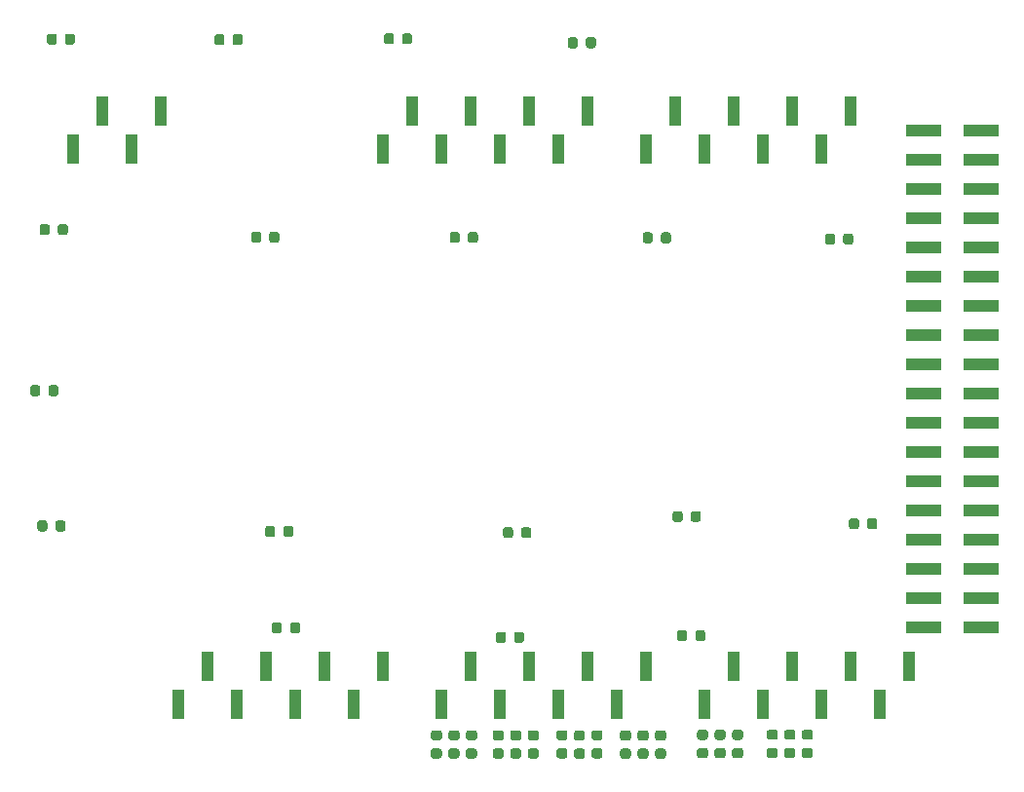
<source format=gbr>
%TF.GenerationSoftware,KiCad,Pcbnew,(5.1.10-1-10_14)*%
%TF.CreationDate,2023-03-13T17:25:24-07:00*%
%TF.ProjectId,facs-pcb-v2,66616373-2d70-4636-922d-76322e6b6963,rev?*%
%TF.SameCoordinates,Original*%
%TF.FileFunction,Paste,Bot*%
%TF.FilePolarity,Positive*%
%FSLAX46Y46*%
G04 Gerber Fmt 4.6, Leading zero omitted, Abs format (unit mm)*
G04 Created by KiCad (PCBNEW (5.1.10-1-10_14)) date 2023-03-13 17:25:24*
%MOMM*%
%LPD*%
G01*
G04 APERTURE LIST*
%ADD10R,1.000000X2.510000*%
%ADD11R,3.150000X1.000000*%
G04 APERTURE END LIST*
D10*
%TO.C,P5*%
X127254000Y-72521000D03*
X122174000Y-72521000D03*
X129794000Y-69211000D03*
X124714000Y-69211000D03*
%TD*%
%TO.C,C5*%
G36*
G01*
X121508000Y-63197450D02*
X121508000Y-62684950D01*
G75*
G02*
X121726750Y-62466200I218750J0D01*
G01*
X122164250Y-62466200D01*
G75*
G02*
X122383000Y-62684950I0J-218750D01*
G01*
X122383000Y-63197450D01*
G75*
G02*
X122164250Y-63416200I-218750J0D01*
G01*
X121726750Y-63416200D01*
G75*
G02*
X121508000Y-63197450I0J218750D01*
G01*
G37*
G36*
G01*
X119933000Y-63197450D02*
X119933000Y-62684950D01*
G75*
G02*
X120151750Y-62466200I218750J0D01*
G01*
X120589250Y-62466200D01*
G75*
G02*
X120808000Y-62684950I0J-218750D01*
G01*
X120808000Y-63197450D01*
G75*
G02*
X120589250Y-63416200I-218750J0D01*
G01*
X120151750Y-63416200D01*
G75*
G02*
X119933000Y-63197450I0J218750D01*
G01*
G37*
%TD*%
%TO.C,C13*%
G36*
G01*
X119310700Y-79745550D02*
X119310700Y-79233050D01*
G75*
G02*
X119529450Y-79014300I218750J0D01*
G01*
X119966950Y-79014300D01*
G75*
G02*
X120185700Y-79233050I0J-218750D01*
G01*
X120185700Y-79745550D01*
G75*
G02*
X119966950Y-79964300I-218750J0D01*
G01*
X119529450Y-79964300D01*
G75*
G02*
X119310700Y-79745550I0J218750D01*
G01*
G37*
G36*
G01*
X120885700Y-79745550D02*
X120885700Y-79233050D01*
G75*
G02*
X121104450Y-79014300I218750J0D01*
G01*
X121541950Y-79014300D01*
G75*
G02*
X121760700Y-79233050I0J-218750D01*
G01*
X121760700Y-79745550D01*
G75*
G02*
X121541950Y-79964300I-218750J0D01*
G01*
X121104450Y-79964300D01*
G75*
G02*
X120885700Y-79745550I0J218750D01*
G01*
G37*
%TD*%
%TO.C,C21*%
G36*
G01*
X134504400Y-63231050D02*
X134504400Y-62718550D01*
G75*
G02*
X134723150Y-62499800I218750J0D01*
G01*
X135160650Y-62499800D01*
G75*
G02*
X135379400Y-62718550I0J-218750D01*
G01*
X135379400Y-63231050D01*
G75*
G02*
X135160650Y-63449800I-218750J0D01*
G01*
X134723150Y-63449800D01*
G75*
G02*
X134504400Y-63231050I0J218750D01*
G01*
G37*
G36*
G01*
X136079400Y-63231050D02*
X136079400Y-62718550D01*
G75*
G02*
X136298150Y-62499800I218750J0D01*
G01*
X136735650Y-62499800D01*
G75*
G02*
X136954400Y-62718550I0J-218750D01*
G01*
X136954400Y-63231050D01*
G75*
G02*
X136735650Y-63449800I-218750J0D01*
G01*
X136298150Y-63449800D01*
G75*
G02*
X136079400Y-63231050I0J218750D01*
G01*
G37*
%TD*%
%TO.C,C35*%
G36*
G01*
X118485200Y-93740950D02*
X118485200Y-93228450D01*
G75*
G02*
X118703950Y-93009700I218750J0D01*
G01*
X119141450Y-93009700D01*
G75*
G02*
X119360200Y-93228450I0J-218750D01*
G01*
X119360200Y-93740950D01*
G75*
G02*
X119141450Y-93959700I-218750J0D01*
G01*
X118703950Y-93959700D01*
G75*
G02*
X118485200Y-93740950I0J218750D01*
G01*
G37*
G36*
G01*
X120060200Y-93740950D02*
X120060200Y-93228450D01*
G75*
G02*
X120278950Y-93009700I218750J0D01*
G01*
X120716450Y-93009700D01*
G75*
G02*
X120935200Y-93228450I0J-218750D01*
G01*
X120935200Y-93740950D01*
G75*
G02*
X120716450Y-93959700I-218750J0D01*
G01*
X120278950Y-93959700D01*
G75*
G02*
X120060200Y-93740950I0J218750D01*
G01*
G37*
%TD*%
%TO.C,R2*%
G36*
G01*
X172002650Y-125472600D02*
X171490150Y-125472600D01*
G75*
G02*
X171271400Y-125253850I0J218750D01*
G01*
X171271400Y-124816350D01*
G75*
G02*
X171490150Y-124597600I218750J0D01*
G01*
X172002650Y-124597600D01*
G75*
G02*
X172221400Y-124816350I0J-218750D01*
G01*
X172221400Y-125253850D01*
G75*
G02*
X172002650Y-125472600I-218750J0D01*
G01*
G37*
G36*
G01*
X172002650Y-123897600D02*
X171490150Y-123897600D01*
G75*
G02*
X171271400Y-123678850I0J218750D01*
G01*
X171271400Y-123241350D01*
G75*
G02*
X171490150Y-123022600I218750J0D01*
G01*
X172002650Y-123022600D01*
G75*
G02*
X172221400Y-123241350I0J-218750D01*
G01*
X172221400Y-123678850D01*
G75*
G02*
X172002650Y-123897600I-218750J0D01*
G01*
G37*
%TD*%
%TO.C,R3*%
G36*
G01*
X173014150Y-123022600D02*
X173526650Y-123022600D01*
G75*
G02*
X173745400Y-123241350I0J-218750D01*
G01*
X173745400Y-123678850D01*
G75*
G02*
X173526650Y-123897600I-218750J0D01*
G01*
X173014150Y-123897600D01*
G75*
G02*
X172795400Y-123678850I0J218750D01*
G01*
X172795400Y-123241350D01*
G75*
G02*
X173014150Y-123022600I218750J0D01*
G01*
G37*
G36*
G01*
X173014150Y-124597600D02*
X173526650Y-124597600D01*
G75*
G02*
X173745400Y-124816350I0J-218750D01*
G01*
X173745400Y-125253850D01*
G75*
G02*
X173526650Y-125472600I-218750J0D01*
G01*
X173014150Y-125472600D01*
G75*
G02*
X172795400Y-125253850I0J218750D01*
G01*
X172795400Y-124816350D01*
G75*
G02*
X173014150Y-124597600I218750J0D01*
G01*
G37*
%TD*%
%TO.C,R4*%
G36*
G01*
X155568850Y-125459900D02*
X155056350Y-125459900D01*
G75*
G02*
X154837600Y-125241150I0J218750D01*
G01*
X154837600Y-124803650D01*
G75*
G02*
X155056350Y-124584900I218750J0D01*
G01*
X155568850Y-124584900D01*
G75*
G02*
X155787600Y-124803650I0J-218750D01*
G01*
X155787600Y-125241150D01*
G75*
G02*
X155568850Y-125459900I-218750J0D01*
G01*
G37*
G36*
G01*
X155568850Y-123884900D02*
X155056350Y-123884900D01*
G75*
G02*
X154837600Y-123666150I0J218750D01*
G01*
X154837600Y-123228650D01*
G75*
G02*
X155056350Y-123009900I218750J0D01*
G01*
X155568850Y-123009900D01*
G75*
G02*
X155787600Y-123228650I0J-218750D01*
G01*
X155787600Y-123666150D01*
G75*
G02*
X155568850Y-123884900I-218750J0D01*
G01*
G37*
%TD*%
%TO.C,R5*%
G36*
G01*
X156580350Y-123009900D02*
X157092850Y-123009900D01*
G75*
G02*
X157311600Y-123228650I0J-218750D01*
G01*
X157311600Y-123666150D01*
G75*
G02*
X157092850Y-123884900I-218750J0D01*
G01*
X156580350Y-123884900D01*
G75*
G02*
X156361600Y-123666150I0J218750D01*
G01*
X156361600Y-123228650D01*
G75*
G02*
X156580350Y-123009900I218750J0D01*
G01*
G37*
G36*
G01*
X156580350Y-124584900D02*
X157092850Y-124584900D01*
G75*
G02*
X157311600Y-124803650I0J-218750D01*
G01*
X157311600Y-125241150D01*
G75*
G02*
X157092850Y-125459900I-218750J0D01*
G01*
X156580350Y-125459900D01*
G75*
G02*
X156361600Y-125241150I0J218750D01*
G01*
X156361600Y-124803650D01*
G75*
G02*
X156580350Y-124584900I218750J0D01*
G01*
G37*
%TD*%
%TO.C,R6*%
G36*
G01*
X170478650Y-125472600D02*
X169966150Y-125472600D01*
G75*
G02*
X169747400Y-125253850I0J218750D01*
G01*
X169747400Y-124816350D01*
G75*
G02*
X169966150Y-124597600I218750J0D01*
G01*
X170478650Y-124597600D01*
G75*
G02*
X170697400Y-124816350I0J-218750D01*
G01*
X170697400Y-125253850D01*
G75*
G02*
X170478650Y-125472600I-218750J0D01*
G01*
G37*
G36*
G01*
X170478650Y-123897600D02*
X169966150Y-123897600D01*
G75*
G02*
X169747400Y-123678850I0J218750D01*
G01*
X169747400Y-123241350D01*
G75*
G02*
X169966150Y-123022600I218750J0D01*
G01*
X170478650Y-123022600D01*
G75*
G02*
X170697400Y-123241350I0J-218750D01*
G01*
X170697400Y-123678850D01*
G75*
G02*
X170478650Y-123897600I-218750J0D01*
G01*
G37*
%TD*%
%TO.C,R7*%
G36*
G01*
X154044850Y-125459900D02*
X153532350Y-125459900D01*
G75*
G02*
X153313600Y-125241150I0J218750D01*
G01*
X153313600Y-124803650D01*
G75*
G02*
X153532350Y-124584900I218750J0D01*
G01*
X154044850Y-124584900D01*
G75*
G02*
X154263600Y-124803650I0J-218750D01*
G01*
X154263600Y-125241150D01*
G75*
G02*
X154044850Y-125459900I-218750J0D01*
G01*
G37*
G36*
G01*
X154044850Y-123884900D02*
X153532350Y-123884900D01*
G75*
G02*
X153313600Y-123666150I0J218750D01*
G01*
X153313600Y-123228650D01*
G75*
G02*
X153532350Y-123009900I218750J0D01*
G01*
X154044850Y-123009900D01*
G75*
G02*
X154263600Y-123228650I0J-218750D01*
G01*
X154263600Y-123666150D01*
G75*
G02*
X154044850Y-123884900I-218750J0D01*
G01*
G37*
%TD*%
%TO.C,R8*%
G36*
G01*
X178695550Y-123846800D02*
X178183050Y-123846800D01*
G75*
G02*
X177964300Y-123628050I0J218750D01*
G01*
X177964300Y-123190550D01*
G75*
G02*
X178183050Y-122971800I218750J0D01*
G01*
X178695550Y-122971800D01*
G75*
G02*
X178914300Y-123190550I0J-218750D01*
G01*
X178914300Y-123628050D01*
G75*
G02*
X178695550Y-123846800I-218750J0D01*
G01*
G37*
G36*
G01*
X178695550Y-125421800D02*
X178183050Y-125421800D01*
G75*
G02*
X177964300Y-125203050I0J218750D01*
G01*
X177964300Y-124765550D01*
G75*
G02*
X178183050Y-124546800I218750J0D01*
G01*
X178695550Y-124546800D01*
G75*
G02*
X178914300Y-124765550I0J-218750D01*
G01*
X178914300Y-125203050D01*
G75*
G02*
X178695550Y-125421800I-218750J0D01*
G01*
G37*
%TD*%
%TO.C,R9*%
G36*
G01*
X179707050Y-124546800D02*
X180219550Y-124546800D01*
G75*
G02*
X180438300Y-124765550I0J-218750D01*
G01*
X180438300Y-125203050D01*
G75*
G02*
X180219550Y-125421800I-218750J0D01*
G01*
X179707050Y-125421800D01*
G75*
G02*
X179488300Y-125203050I0J218750D01*
G01*
X179488300Y-124765550D01*
G75*
G02*
X179707050Y-124546800I218750J0D01*
G01*
G37*
G36*
G01*
X179707050Y-122971800D02*
X180219550Y-122971800D01*
G75*
G02*
X180438300Y-123190550I0J-218750D01*
G01*
X180438300Y-123628050D01*
G75*
G02*
X180219550Y-123846800I-218750J0D01*
G01*
X179707050Y-123846800D01*
G75*
G02*
X179488300Y-123628050I0J218750D01*
G01*
X179488300Y-123190550D01*
G75*
G02*
X179707050Y-122971800I218750J0D01*
G01*
G37*
%TD*%
%TO.C,R10*%
G36*
G01*
X160940950Y-125459900D02*
X160428450Y-125459900D01*
G75*
G02*
X160209700Y-125241150I0J218750D01*
G01*
X160209700Y-124803650D01*
G75*
G02*
X160428450Y-124584900I218750J0D01*
G01*
X160940950Y-124584900D01*
G75*
G02*
X161159700Y-124803650I0J-218750D01*
G01*
X161159700Y-125241150D01*
G75*
G02*
X160940950Y-125459900I-218750J0D01*
G01*
G37*
G36*
G01*
X160940950Y-123884900D02*
X160428450Y-123884900D01*
G75*
G02*
X160209700Y-123666150I0J218750D01*
G01*
X160209700Y-123228650D01*
G75*
G02*
X160428450Y-123009900I218750J0D01*
G01*
X160940950Y-123009900D01*
G75*
G02*
X161159700Y-123228650I0J-218750D01*
G01*
X161159700Y-123666150D01*
G75*
G02*
X160940950Y-123884900I-218750J0D01*
G01*
G37*
%TD*%
%TO.C,R11*%
G36*
G01*
X161952450Y-123009900D02*
X162464950Y-123009900D01*
G75*
G02*
X162683700Y-123228650I0J-218750D01*
G01*
X162683700Y-123666150D01*
G75*
G02*
X162464950Y-123884900I-218750J0D01*
G01*
X161952450Y-123884900D01*
G75*
G02*
X161733700Y-123666150I0J218750D01*
G01*
X161733700Y-123228650D01*
G75*
G02*
X161952450Y-123009900I218750J0D01*
G01*
G37*
G36*
G01*
X161952450Y-124584900D02*
X162464950Y-124584900D01*
G75*
G02*
X162683700Y-124803650I0J-218750D01*
G01*
X162683700Y-125241150D01*
G75*
G02*
X162464950Y-125459900I-218750J0D01*
G01*
X161952450Y-125459900D01*
G75*
G02*
X161733700Y-125241150I0J218750D01*
G01*
X161733700Y-124803650D01*
G75*
G02*
X161952450Y-124584900I218750J0D01*
G01*
G37*
%TD*%
%TO.C,R12*%
G36*
G01*
X177171550Y-125421800D02*
X176659050Y-125421800D01*
G75*
G02*
X176440300Y-125203050I0J218750D01*
G01*
X176440300Y-124765550D01*
G75*
G02*
X176659050Y-124546800I218750J0D01*
G01*
X177171550Y-124546800D01*
G75*
G02*
X177390300Y-124765550I0J-218750D01*
G01*
X177390300Y-125203050D01*
G75*
G02*
X177171550Y-125421800I-218750J0D01*
G01*
G37*
G36*
G01*
X177171550Y-123846800D02*
X176659050Y-123846800D01*
G75*
G02*
X176440300Y-123628050I0J218750D01*
G01*
X176440300Y-123190550D01*
G75*
G02*
X176659050Y-122971800I218750J0D01*
G01*
X177171550Y-122971800D01*
G75*
G02*
X177390300Y-123190550I0J-218750D01*
G01*
X177390300Y-123628050D01*
G75*
G02*
X177171550Y-123846800I-218750J0D01*
G01*
G37*
%TD*%
%TO.C,R13*%
G36*
G01*
X159416950Y-125459900D02*
X158904450Y-125459900D01*
G75*
G02*
X158685700Y-125241150I0J218750D01*
G01*
X158685700Y-124803650D01*
G75*
G02*
X158904450Y-124584900I218750J0D01*
G01*
X159416950Y-124584900D01*
G75*
G02*
X159635700Y-124803650I0J-218750D01*
G01*
X159635700Y-125241150D01*
G75*
G02*
X159416950Y-125459900I-218750J0D01*
G01*
G37*
G36*
G01*
X159416950Y-123884900D02*
X158904450Y-123884900D01*
G75*
G02*
X158685700Y-123666150I0J218750D01*
G01*
X158685700Y-123228650D01*
G75*
G02*
X158904450Y-123009900I218750J0D01*
G01*
X159416950Y-123009900D01*
G75*
G02*
X159635700Y-123228650I0J-218750D01*
G01*
X159635700Y-123666150D01*
G75*
G02*
X159416950Y-123884900I-218750J0D01*
G01*
G37*
%TD*%
%TO.C,R14*%
G36*
G01*
X184753450Y-125409100D02*
X184240950Y-125409100D01*
G75*
G02*
X184022200Y-125190350I0J218750D01*
G01*
X184022200Y-124752850D01*
G75*
G02*
X184240950Y-124534100I218750J0D01*
G01*
X184753450Y-124534100D01*
G75*
G02*
X184972200Y-124752850I0J-218750D01*
G01*
X184972200Y-125190350D01*
G75*
G02*
X184753450Y-125409100I-218750J0D01*
G01*
G37*
G36*
G01*
X184753450Y-123834100D02*
X184240950Y-123834100D01*
G75*
G02*
X184022200Y-123615350I0J218750D01*
G01*
X184022200Y-123177850D01*
G75*
G02*
X184240950Y-122959100I218750J0D01*
G01*
X184753450Y-122959100D01*
G75*
G02*
X184972200Y-123177850I0J-218750D01*
G01*
X184972200Y-123615350D01*
G75*
G02*
X184753450Y-123834100I-218750J0D01*
G01*
G37*
%TD*%
%TO.C,R15*%
G36*
G01*
X185764950Y-122959100D02*
X186277450Y-122959100D01*
G75*
G02*
X186496200Y-123177850I0J-218750D01*
G01*
X186496200Y-123615350D01*
G75*
G02*
X186277450Y-123834100I-218750J0D01*
G01*
X185764950Y-123834100D01*
G75*
G02*
X185546200Y-123615350I0J218750D01*
G01*
X185546200Y-123177850D01*
G75*
G02*
X185764950Y-122959100I218750J0D01*
G01*
G37*
G36*
G01*
X185764950Y-124534100D02*
X186277450Y-124534100D01*
G75*
G02*
X186496200Y-124752850I0J-218750D01*
G01*
X186496200Y-125190350D01*
G75*
G02*
X186277450Y-125409100I-218750J0D01*
G01*
X185764950Y-125409100D01*
G75*
G02*
X185546200Y-125190350I0J218750D01*
G01*
X185546200Y-124752850D01*
G75*
G02*
X185764950Y-124534100I218750J0D01*
G01*
G37*
%TD*%
%TO.C,R16*%
G36*
G01*
X166478150Y-125472700D02*
X165965650Y-125472700D01*
G75*
G02*
X165746900Y-125253950I0J218750D01*
G01*
X165746900Y-124816450D01*
G75*
G02*
X165965650Y-124597700I218750J0D01*
G01*
X166478150Y-124597700D01*
G75*
G02*
X166696900Y-124816450I0J-218750D01*
G01*
X166696900Y-125253950D01*
G75*
G02*
X166478150Y-125472700I-218750J0D01*
G01*
G37*
G36*
G01*
X166478150Y-123897700D02*
X165965650Y-123897700D01*
G75*
G02*
X165746900Y-123678950I0J218750D01*
G01*
X165746900Y-123241450D01*
G75*
G02*
X165965650Y-123022700I218750J0D01*
G01*
X166478150Y-123022700D01*
G75*
G02*
X166696900Y-123241450I0J-218750D01*
G01*
X166696900Y-123678950D01*
G75*
G02*
X166478150Y-123897700I-218750J0D01*
G01*
G37*
%TD*%
%TO.C,R17*%
G36*
G01*
X167489650Y-122997200D02*
X168002150Y-122997200D01*
G75*
G02*
X168220900Y-123215950I0J-218750D01*
G01*
X168220900Y-123653450D01*
G75*
G02*
X168002150Y-123872200I-218750J0D01*
G01*
X167489650Y-123872200D01*
G75*
G02*
X167270900Y-123653450I0J218750D01*
G01*
X167270900Y-123215950D01*
G75*
G02*
X167489650Y-122997200I218750J0D01*
G01*
G37*
G36*
G01*
X167489650Y-124572200D02*
X168002150Y-124572200D01*
G75*
G02*
X168220900Y-124790950I0J-218750D01*
G01*
X168220900Y-125228450D01*
G75*
G02*
X168002150Y-125447200I-218750J0D01*
G01*
X167489650Y-125447200D01*
G75*
G02*
X167270900Y-125228450I0J218750D01*
G01*
X167270900Y-124790950D01*
G75*
G02*
X167489650Y-124572200I218750J0D01*
G01*
G37*
%TD*%
%TO.C,R18*%
G36*
G01*
X183229450Y-125409100D02*
X182716950Y-125409100D01*
G75*
G02*
X182498200Y-125190350I0J218750D01*
G01*
X182498200Y-124752850D01*
G75*
G02*
X182716950Y-124534100I218750J0D01*
G01*
X183229450Y-124534100D01*
G75*
G02*
X183448200Y-124752850I0J-218750D01*
G01*
X183448200Y-125190350D01*
G75*
G02*
X183229450Y-125409100I-218750J0D01*
G01*
G37*
G36*
G01*
X183229450Y-123834100D02*
X182716950Y-123834100D01*
G75*
G02*
X182498200Y-123615350I0J218750D01*
G01*
X182498200Y-123177850D01*
G75*
G02*
X182716950Y-122959100I218750J0D01*
G01*
X183229450Y-122959100D01*
G75*
G02*
X183448200Y-123177850I0J-218750D01*
G01*
X183448200Y-123615350D01*
G75*
G02*
X183229450Y-123834100I-218750J0D01*
G01*
G37*
%TD*%
%TO.C,R19*%
G36*
G01*
X164954150Y-125447200D02*
X164441650Y-125447200D01*
G75*
G02*
X164222900Y-125228450I0J218750D01*
G01*
X164222900Y-124790950D01*
G75*
G02*
X164441650Y-124572200I218750J0D01*
G01*
X164954150Y-124572200D01*
G75*
G02*
X165172900Y-124790950I0J-218750D01*
G01*
X165172900Y-125228450D01*
G75*
G02*
X164954150Y-125447200I-218750J0D01*
G01*
G37*
G36*
G01*
X164954150Y-123872200D02*
X164441650Y-123872200D01*
G75*
G02*
X164222900Y-123653450I0J218750D01*
G01*
X164222900Y-123215950D01*
G75*
G02*
X164441650Y-122997200I218750J0D01*
G01*
X164954150Y-122997200D01*
G75*
G02*
X165172900Y-123215950I0J-218750D01*
G01*
X165172900Y-123653450D01*
G75*
G02*
X164954150Y-123872200I-218750J0D01*
G01*
G37*
%TD*%
%TO.C,C2*%
G36*
G01*
X156521900Y-80431350D02*
X156521900Y-79918850D01*
G75*
G02*
X156740650Y-79700100I218750J0D01*
G01*
X157178150Y-79700100D01*
G75*
G02*
X157396900Y-79918850I0J-218750D01*
G01*
X157396900Y-80431350D01*
G75*
G02*
X157178150Y-80650100I-218750J0D01*
G01*
X156740650Y-80650100D01*
G75*
G02*
X156521900Y-80431350I0J218750D01*
G01*
G37*
G36*
G01*
X154946900Y-80431350D02*
X154946900Y-79918850D01*
G75*
G02*
X155165650Y-79700100I218750J0D01*
G01*
X155603150Y-79700100D01*
G75*
G02*
X155821900Y-79918850I0J-218750D01*
G01*
X155821900Y-80431350D01*
G75*
G02*
X155603150Y-80650100I-218750J0D01*
G01*
X155165650Y-80650100D01*
G75*
G02*
X154946900Y-80431350I0J218750D01*
G01*
G37*
%TD*%
%TO.C,C3*%
G36*
G01*
X119107500Y-105501150D02*
X119107500Y-104988650D01*
G75*
G02*
X119326250Y-104769900I218750J0D01*
G01*
X119763750Y-104769900D01*
G75*
G02*
X119982500Y-104988650I0J-218750D01*
G01*
X119982500Y-105501150D01*
G75*
G02*
X119763750Y-105719900I-218750J0D01*
G01*
X119326250Y-105719900D01*
G75*
G02*
X119107500Y-105501150I0J218750D01*
G01*
G37*
G36*
G01*
X120682500Y-105501150D02*
X120682500Y-104988650D01*
G75*
G02*
X120901250Y-104769900I218750J0D01*
G01*
X121338750Y-104769900D01*
G75*
G02*
X121557500Y-104988650I0J-218750D01*
G01*
X121557500Y-105501150D01*
G75*
G02*
X121338750Y-105719900I-218750J0D01*
G01*
X120901250Y-105719900D01*
G75*
G02*
X120682500Y-105501150I0J218750D01*
G01*
G37*
%TD*%
%TO.C,C4*%
G36*
G01*
X175889400Y-104675650D02*
X175889400Y-104163150D01*
G75*
G02*
X176108150Y-103944400I218750J0D01*
G01*
X176545650Y-103944400D01*
G75*
G02*
X176764400Y-104163150I0J-218750D01*
G01*
X176764400Y-104675650D01*
G75*
G02*
X176545650Y-104894400I-218750J0D01*
G01*
X176108150Y-104894400D01*
G75*
G02*
X175889400Y-104675650I0J218750D01*
G01*
G37*
G36*
G01*
X174314400Y-104675650D02*
X174314400Y-104163150D01*
G75*
G02*
X174533150Y-103944400I218750J0D01*
G01*
X174970650Y-103944400D01*
G75*
G02*
X175189400Y-104163150I0J-218750D01*
G01*
X175189400Y-104675650D01*
G75*
G02*
X174970650Y-104894400I-218750J0D01*
G01*
X174533150Y-104894400D01*
G75*
G02*
X174314400Y-104675650I0J218750D01*
G01*
G37*
%TD*%
%TO.C,C10*%
G36*
G01*
X165203400Y-63506750D02*
X165203400Y-62994250D01*
G75*
G02*
X165422150Y-62775500I218750J0D01*
G01*
X165859650Y-62775500D01*
G75*
G02*
X166078400Y-62994250I0J-218750D01*
G01*
X166078400Y-63506750D01*
G75*
G02*
X165859650Y-63725500I-218750J0D01*
G01*
X165422150Y-63725500D01*
G75*
G02*
X165203400Y-63506750I0J218750D01*
G01*
G37*
G36*
G01*
X166778400Y-63506750D02*
X166778400Y-62994250D01*
G75*
G02*
X166997150Y-62775500I218750J0D01*
G01*
X167434650Y-62775500D01*
G75*
G02*
X167653400Y-62994250I0J-218750D01*
G01*
X167653400Y-63506750D01*
G75*
G02*
X167434650Y-63725500I-218750J0D01*
G01*
X166997150Y-63725500D01*
G75*
G02*
X166778400Y-63506750I0J218750D01*
G01*
G37*
%TD*%
%TO.C,C11*%
G36*
G01*
X138906800Y-105983750D02*
X138906800Y-105471250D01*
G75*
G02*
X139125550Y-105252500I218750J0D01*
G01*
X139563050Y-105252500D01*
G75*
G02*
X139781800Y-105471250I0J-218750D01*
G01*
X139781800Y-105983750D01*
G75*
G02*
X139563050Y-106202500I-218750J0D01*
G01*
X139125550Y-106202500D01*
G75*
G02*
X138906800Y-105983750I0J218750D01*
G01*
G37*
G36*
G01*
X140481800Y-105983750D02*
X140481800Y-105471250D01*
G75*
G02*
X140700550Y-105252500I218750J0D01*
G01*
X141138050Y-105252500D01*
G75*
G02*
X141356800Y-105471250I0J-218750D01*
G01*
X141356800Y-105983750D01*
G75*
G02*
X141138050Y-106202500I-218750J0D01*
G01*
X140700550Y-106202500D01*
G75*
G02*
X140481800Y-105983750I0J218750D01*
G01*
G37*
%TD*%
%TO.C,C12*%
G36*
G01*
X174708100Y-115038850D02*
X174708100Y-114526350D01*
G75*
G02*
X174926850Y-114307600I218750J0D01*
G01*
X175364350Y-114307600D01*
G75*
G02*
X175583100Y-114526350I0J-218750D01*
G01*
X175583100Y-115038850D01*
G75*
G02*
X175364350Y-115257600I-218750J0D01*
G01*
X174926850Y-115257600D01*
G75*
G02*
X174708100Y-115038850I0J218750D01*
G01*
G37*
G36*
G01*
X176283100Y-115038850D02*
X176283100Y-114526350D01*
G75*
G02*
X176501850Y-114307600I218750J0D01*
G01*
X176939350Y-114307600D01*
G75*
G02*
X177158100Y-114526350I0J-218750D01*
G01*
X177158100Y-115038850D01*
G75*
G02*
X176939350Y-115257600I-218750J0D01*
G01*
X176501850Y-115257600D01*
G75*
G02*
X176283100Y-115038850I0J218750D01*
G01*
G37*
%TD*%
%TO.C,C18*%
G36*
G01*
X173298600Y-80456750D02*
X173298600Y-79944250D01*
G75*
G02*
X173517350Y-79725500I218750J0D01*
G01*
X173954850Y-79725500D01*
G75*
G02*
X174173600Y-79944250I0J-218750D01*
G01*
X174173600Y-80456750D01*
G75*
G02*
X173954850Y-80675500I-218750J0D01*
G01*
X173517350Y-80675500D01*
G75*
G02*
X173298600Y-80456750I0J218750D01*
G01*
G37*
G36*
G01*
X171723600Y-80456750D02*
X171723600Y-79944250D01*
G75*
G02*
X171942350Y-79725500I218750J0D01*
G01*
X172379850Y-79725500D01*
G75*
G02*
X172598600Y-79944250I0J-218750D01*
G01*
X172598600Y-80456750D01*
G75*
G02*
X172379850Y-80675500I-218750J0D01*
G01*
X171942350Y-80675500D01*
G75*
G02*
X171723600Y-80456750I0J218750D01*
G01*
G37*
%TD*%
%TO.C,C19*%
G36*
G01*
X139491600Y-114360850D02*
X139491600Y-113848350D01*
G75*
G02*
X139710350Y-113629600I218750J0D01*
G01*
X140147850Y-113629600D01*
G75*
G02*
X140366600Y-113848350I0J-218750D01*
G01*
X140366600Y-114360850D01*
G75*
G02*
X140147850Y-114579600I-218750J0D01*
G01*
X139710350Y-114579600D01*
G75*
G02*
X139491600Y-114360850I0J218750D01*
G01*
G37*
G36*
G01*
X141066600Y-114360850D02*
X141066600Y-113848350D01*
G75*
G02*
X141285350Y-113629600I218750J0D01*
G01*
X141722850Y-113629600D01*
G75*
G02*
X141941600Y-113848350I0J-218750D01*
G01*
X141941600Y-114360850D01*
G75*
G02*
X141722850Y-114579600I-218750J0D01*
G01*
X141285350Y-114579600D01*
G75*
G02*
X141066600Y-114360850I0J218750D01*
G01*
G37*
%TD*%
%TO.C,C20*%
G36*
G01*
X191218300Y-105310650D02*
X191218300Y-104798150D01*
G75*
G02*
X191437050Y-104579400I218750J0D01*
G01*
X191874550Y-104579400D01*
G75*
G02*
X192093300Y-104798150I0J-218750D01*
G01*
X192093300Y-105310650D01*
G75*
G02*
X191874550Y-105529400I-218750J0D01*
G01*
X191437050Y-105529400D01*
G75*
G02*
X191218300Y-105310650I0J218750D01*
G01*
G37*
G36*
G01*
X189643300Y-105310650D02*
X189643300Y-104798150D01*
G75*
G02*
X189862050Y-104579400I218750J0D01*
G01*
X190299550Y-104579400D01*
G75*
G02*
X190518300Y-104798150I0J-218750D01*
G01*
X190518300Y-105310650D01*
G75*
G02*
X190299550Y-105529400I-218750J0D01*
G01*
X189862050Y-105529400D01*
G75*
G02*
X189643300Y-105310650I0J218750D01*
G01*
G37*
%TD*%
%TO.C,C25*%
G36*
G01*
X137685200Y-80407750D02*
X137685200Y-79895250D01*
G75*
G02*
X137903950Y-79676500I218750J0D01*
G01*
X138341450Y-79676500D01*
G75*
G02*
X138560200Y-79895250I0J-218750D01*
G01*
X138560200Y-80407750D01*
G75*
G02*
X138341450Y-80626500I-218750J0D01*
G01*
X137903950Y-80626500D01*
G75*
G02*
X137685200Y-80407750I0J218750D01*
G01*
G37*
G36*
G01*
X139260200Y-80407750D02*
X139260200Y-79895250D01*
G75*
G02*
X139478950Y-79676500I218750J0D01*
G01*
X139916450Y-79676500D01*
G75*
G02*
X140135200Y-79895250I0J-218750D01*
G01*
X140135200Y-80407750D01*
G75*
G02*
X139916450Y-80626500I-218750J0D01*
G01*
X139478950Y-80626500D01*
G75*
G02*
X139260200Y-80407750I0J218750D01*
G01*
G37*
%TD*%
%TO.C,C26*%
G36*
G01*
X189135500Y-80571050D02*
X189135500Y-80058550D01*
G75*
G02*
X189354250Y-79839800I218750J0D01*
G01*
X189791750Y-79839800D01*
G75*
G02*
X190010500Y-80058550I0J-218750D01*
G01*
X190010500Y-80571050D01*
G75*
G02*
X189791750Y-80789800I-218750J0D01*
G01*
X189354250Y-80789800D01*
G75*
G02*
X189135500Y-80571050I0J218750D01*
G01*
G37*
G36*
G01*
X187560500Y-80571050D02*
X187560500Y-80058550D01*
G75*
G02*
X187779250Y-79839800I218750J0D01*
G01*
X188216750Y-79839800D01*
G75*
G02*
X188435500Y-80058550I0J-218750D01*
G01*
X188435500Y-80571050D01*
G75*
G02*
X188216750Y-80789800I-218750J0D01*
G01*
X187779250Y-80789800D01*
G75*
G02*
X187560500Y-80571050I0J218750D01*
G01*
G37*
%TD*%
%TO.C,C27*%
G36*
G01*
X161155800Y-106092050D02*
X161155800Y-105579550D01*
G75*
G02*
X161374550Y-105360800I218750J0D01*
G01*
X161812050Y-105360800D01*
G75*
G02*
X162030800Y-105579550I0J-218750D01*
G01*
X162030800Y-106092050D01*
G75*
G02*
X161812050Y-106310800I-218750J0D01*
G01*
X161374550Y-106310800D01*
G75*
G02*
X161155800Y-106092050I0J218750D01*
G01*
G37*
G36*
G01*
X159580800Y-106092050D02*
X159580800Y-105579550D01*
G75*
G02*
X159799550Y-105360800I218750J0D01*
G01*
X160237050Y-105360800D01*
G75*
G02*
X160455800Y-105579550I0J-218750D01*
G01*
X160455800Y-106092050D01*
G75*
G02*
X160237050Y-106310800I-218750J0D01*
G01*
X159799550Y-106310800D01*
G75*
G02*
X159580800Y-106092050I0J218750D01*
G01*
G37*
%TD*%
%TO.C,C31*%
G36*
G01*
X150806900Y-63159350D02*
X150806900Y-62646850D01*
G75*
G02*
X151025650Y-62428100I218750J0D01*
G01*
X151463150Y-62428100D01*
G75*
G02*
X151681900Y-62646850I0J-218750D01*
G01*
X151681900Y-63159350D01*
G75*
G02*
X151463150Y-63378100I-218750J0D01*
G01*
X151025650Y-63378100D01*
G75*
G02*
X150806900Y-63159350I0J218750D01*
G01*
G37*
G36*
G01*
X149231900Y-63159350D02*
X149231900Y-62646850D01*
G75*
G02*
X149450650Y-62428100I218750J0D01*
G01*
X149888150Y-62428100D01*
G75*
G02*
X150106900Y-62646850I0J-218750D01*
G01*
X150106900Y-63159350D01*
G75*
G02*
X149888150Y-63378100I-218750J0D01*
G01*
X149450650Y-63378100D01*
G75*
G02*
X149231900Y-63159350I0J218750D01*
G01*
G37*
%TD*%
%TO.C,C33*%
G36*
G01*
X158960100Y-115191250D02*
X158960100Y-114678750D01*
G75*
G02*
X159178850Y-114460000I218750J0D01*
G01*
X159616350Y-114460000D01*
G75*
G02*
X159835100Y-114678750I0J-218750D01*
G01*
X159835100Y-115191250D01*
G75*
G02*
X159616350Y-115410000I-218750J0D01*
G01*
X159178850Y-115410000D01*
G75*
G02*
X158960100Y-115191250I0J218750D01*
G01*
G37*
G36*
G01*
X160535100Y-115191250D02*
X160535100Y-114678750D01*
G75*
G02*
X160753850Y-114460000I218750J0D01*
G01*
X161191350Y-114460000D01*
G75*
G02*
X161410100Y-114678750I0J-218750D01*
G01*
X161410100Y-115191250D01*
G75*
G02*
X161191350Y-115410000I-218750J0D01*
G01*
X160753850Y-115410000D01*
G75*
G02*
X160535100Y-115191250I0J218750D01*
G01*
G37*
%TD*%
D11*
%TO.C,P1*%
X196103000Y-114046000D03*
X201153000Y-114046000D03*
X196103000Y-111506000D03*
X201153000Y-111506000D03*
X196103000Y-108966000D03*
X201153000Y-108966000D03*
X196103000Y-106426000D03*
X201153000Y-106426000D03*
X196103000Y-103886000D03*
X201153000Y-103886000D03*
X196103000Y-101346000D03*
X201153000Y-101346000D03*
X196103000Y-98806000D03*
X201153000Y-98806000D03*
X196103000Y-96266000D03*
X201153000Y-96266000D03*
X196103000Y-93726000D03*
X201153000Y-93726000D03*
X196103000Y-91186000D03*
X201153000Y-91186000D03*
X196103000Y-88646000D03*
X201153000Y-88646000D03*
X196103000Y-86106000D03*
X201153000Y-86106000D03*
X196103000Y-83566000D03*
X201153000Y-83566000D03*
X196103000Y-81026000D03*
X201153000Y-81026000D03*
X196103000Y-78486000D03*
X201153000Y-78486000D03*
X196103000Y-75946000D03*
X201153000Y-75946000D03*
X196103000Y-73406000D03*
X201153000Y-73406000D03*
X196103000Y-70866000D03*
X201153000Y-70866000D03*
%TD*%
D10*
%TO.C,P2*%
X146558000Y-120781000D03*
X141478000Y-120781000D03*
X136398000Y-120781000D03*
X131318000Y-120781000D03*
X149098000Y-117471000D03*
X144018000Y-117471000D03*
X138938000Y-117471000D03*
X133858000Y-117471000D03*
%TD*%
%TO.C,P3*%
X156718000Y-117471000D03*
X161798000Y-117471000D03*
X166878000Y-117471000D03*
X171958000Y-117471000D03*
X154178000Y-120781000D03*
X159258000Y-120781000D03*
X164338000Y-120781000D03*
X169418000Y-120781000D03*
%TD*%
%TO.C,P4*%
X179578000Y-117471000D03*
X184658000Y-117471000D03*
X189738000Y-117471000D03*
X194818000Y-117471000D03*
X177038000Y-120781000D03*
X182118000Y-120781000D03*
X187198000Y-120781000D03*
X192278000Y-120781000D03*
%TD*%
%TO.C,P6*%
X164338000Y-72521000D03*
X159258000Y-72521000D03*
X154178000Y-72521000D03*
X149098000Y-72521000D03*
X166878000Y-69211000D03*
X161798000Y-69211000D03*
X156718000Y-69211000D03*
X151638000Y-69211000D03*
%TD*%
%TO.C,P7*%
X187198000Y-72521000D03*
X182118000Y-72521000D03*
X177038000Y-72521000D03*
X171958000Y-72521000D03*
X189738000Y-69211000D03*
X184658000Y-69211000D03*
X179578000Y-69211000D03*
X174498000Y-69211000D03*
%TD*%
M02*

</source>
